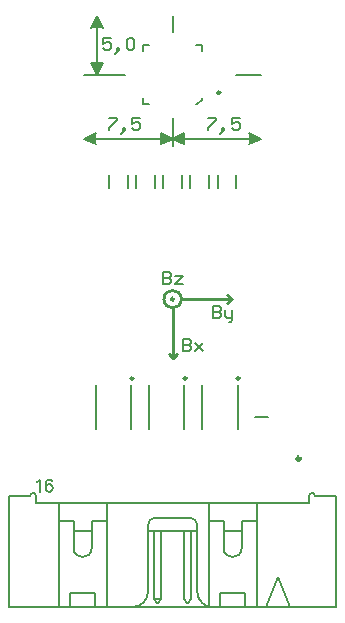
<source format=gto>
G04*
G04 #@! TF.GenerationSoftware,Altium Limited,Altium Designer,18.0.12 (696)*
G04*
G04 Layer_Color=278392*
%FSLAX44Y44*%
%MOMM*%
G71*
G01*
G75*
%ADD10C,0.2500*%
%ADD11C,0.3000*%
%ADD12C,0.2000*%
%ADD13C,0.2540*%
%ADD14C,0.1500*%
%ADD15C,0.1270*%
G36*
X500000Y796000D02*
X510500Y801000D01*
Y791000D01*
X500000Y796000D01*
D02*
G37*
G36*
X511000Y850000D02*
X506000Y860500D01*
X516000D01*
X511000Y850000D01*
D02*
G37*
G36*
X511000Y900000D02*
X516000Y889500D01*
X506000D01*
X511000Y900000D01*
D02*
G37*
G36*
X575000Y796000D02*
X564500Y791000D01*
Y801000D01*
X575000Y796000D01*
D02*
G37*
G36*
X585500Y791000D02*
X575000Y796000D01*
X585500Y801000D01*
Y791000D01*
D02*
G37*
G36*
X650000Y796000D02*
X639500Y791000D01*
Y801000D01*
X650000Y796000D01*
D02*
G37*
D10*
X631750Y593000D02*
G03*
X631750Y593000I-1250J0D01*
G01*
X615250Y835000D02*
G03*
X615250Y835000I-1250J0D01*
G01*
X586750Y593000D02*
G03*
X586750Y593000I-1250J0D01*
G01*
X541750D02*
G03*
X541750Y593000I-1250J0D01*
G01*
D11*
X683100Y524900D02*
G03*
X683100Y524900I-1500J0D01*
G01*
D12*
X618148Y449189D02*
G03*
X633388Y449189I7620J0D01*
G01*
X491148D02*
G03*
X506388Y449189I7620J0D01*
G01*
X595923Y468747D02*
G03*
X589573Y475097I-6350J0D01*
G01*
X560363D02*
G03*
X554013Y468747I0J-6350D01*
G01*
X695618Y493385D02*
G03*
X690538Y493385I-2540J0D01*
G01*
X459398D02*
G03*
X454318Y493385I-2540J0D01*
G01*
X595923Y412105D02*
G03*
X608623Y399405I12700J0D01*
G01*
X541313D02*
G03*
X554013Y412105I0J12700D01*
G01*
X567000Y754500D02*
Y765500D01*
X583000Y754500D02*
Y765500D01*
X630000Y550500D02*
Y587500D01*
X600000Y550500D02*
Y587500D01*
X644500Y560000D02*
X655500D01*
X550000Y875000D02*
X555000D01*
X550000Y870000D02*
Y875000D01*
X595000D02*
X600000D01*
Y870000D02*
Y875000D01*
X550000Y825000D02*
X555000D01*
X550000D02*
Y830000D01*
X595000Y825000D02*
X596000D01*
X600000Y829000D01*
Y830000D01*
X713144Y399405D02*
Y493385D01*
X436792Y399405D02*
X713144D01*
X436792D02*
Y493385D01*
X454318D01*
X459398Y487543D02*
Y493385D01*
Y487543D02*
X690538D01*
Y493385D01*
X695618D02*
X713144D01*
X663868Y424805D02*
X674028Y399405D01*
X653708D02*
X663868Y424805D01*
X636182Y399405D02*
Y411597D01*
X615354D02*
X636182D01*
X615354Y399405D02*
Y411597D01*
X646088Y399405D02*
Y487543D01*
X633388Y472049D02*
X646088D01*
X633388Y449189D02*
Y472049D01*
X618148Y463667D02*
X633388Y463664D01*
X605448Y472049D02*
X618148D01*
Y449189D02*
Y472049D01*
X595923Y412105D02*
Y468747D01*
X554013Y463667D02*
X595923D01*
X554013Y412105D02*
Y468747D01*
X590843Y406007D02*
Y463667D01*
X588232Y402664D02*
X590843Y406007D01*
X587105Y402664D02*
X588232D01*
X584557Y405925D02*
X587105Y402664D01*
X584557Y405925D02*
Y463667D01*
X565380Y405925D02*
X565443Y463667D01*
X562832Y402664D02*
X565380Y405925D01*
X561705Y402664D02*
X562832D01*
X559157Y406007D02*
X561705Y402664D01*
X559157Y406007D02*
X565380Y405925D01*
X559157Y406007D02*
Y463667D01*
X509182Y399405D02*
Y411597D01*
X488354D02*
X509182D01*
X488354Y399405D02*
Y411597D01*
X519088Y399405D02*
Y487543D01*
X478448Y399405D02*
Y487543D01*
X506388Y472049D02*
X519088D01*
X506388Y449189D02*
Y472049D01*
X478448D02*
X491148D01*
Y449189D02*
Y472049D01*
Y463667D02*
X506388D01*
X560363Y475097D02*
X589573D01*
X605448Y399808D02*
Y487543D01*
X544000Y754500D02*
Y765500D01*
X560000Y754500D02*
Y765500D01*
X585000Y550500D02*
Y587500D01*
X555000Y550500D02*
Y587500D01*
X629000Y754500D02*
Y765500D01*
X613000Y754500D02*
Y765500D01*
X510000Y550500D02*
Y587500D01*
X540000Y550500D02*
Y587500D01*
X521000Y754500D02*
Y765500D01*
X537000Y754500D02*
Y765500D01*
X606000Y754500D02*
Y765500D01*
X590000Y754500D02*
Y765500D01*
X522664Y880997D02*
X516000D01*
Y875998D01*
X519332Y877664D01*
X520998D01*
X522664Y875998D01*
Y872666D01*
X520998Y871000D01*
X517666D01*
X516000Y872666D01*
X527663Y869334D02*
X529329Y871000D01*
Y872666D01*
X527663D01*
Y871000D01*
X529329D01*
X527663Y869334D01*
X525997Y867668D01*
X535993Y879331D02*
X537660Y880997D01*
X540992D01*
X542658Y879331D01*
Y872666D01*
X540992Y871000D01*
X537660D01*
X535993Y872666D01*
Y879331D01*
X605000Y812997D02*
X611665D01*
Y811331D01*
X605000Y804666D01*
Y803000D01*
X616663Y801334D02*
X618329Y803000D01*
Y804666D01*
X616663D01*
Y803000D01*
X618329D01*
X616663Y801334D01*
X614997Y799668D01*
X631658Y812997D02*
X624994D01*
Y807998D01*
X628326Y809665D01*
X629992D01*
X631658Y807998D01*
Y804666D01*
X629992Y803000D01*
X626660D01*
X624994Y804666D01*
X521000Y812997D02*
X527664D01*
Y811331D01*
X521000Y804666D01*
Y803000D01*
X532663Y801334D02*
X534329Y803000D01*
Y804666D01*
X532663D01*
Y803000D01*
X534329D01*
X532663Y801334D01*
X530997Y799668D01*
X547658Y812997D02*
X540994D01*
Y807998D01*
X544326Y809665D01*
X545992D01*
X547658Y807998D01*
Y804666D01*
X545992Y803000D01*
X542660D01*
X540994Y804666D01*
D13*
X576200Y660000D02*
G03*
X576200Y660000I-1200J0D01*
G01*
X582403D02*
G03*
X582403Y660000I-7404J0D01*
G01*
X571500Y613500D02*
X575000Y610000D01*
X575000D02*
X578500Y613500D01*
X621404Y663500D02*
X624903Y660000D01*
X621404Y656500D02*
X624903Y660000D01*
X575000Y610000D02*
Y652500D01*
X582403Y660000D02*
X624903D01*
D14*
X500000Y850000D02*
X535000D01*
X575000Y790000D02*
Y813000D01*
Y886000D02*
Y900000D01*
X629000Y850000D02*
X650000D01*
X511000D02*
Y900000D01*
X506000Y860000D02*
X511000Y850000D01*
X511000D02*
X516000Y860000D01*
X511000Y900000D02*
X516000Y890000D01*
X506000D02*
X511000Y900000D01*
X500000Y796000D02*
X575000D01*
X500000Y796000D02*
X510000Y801000D01*
X500000Y796000D02*
X510000Y791000D01*
X565000Y791000D02*
X575000Y796000D01*
X565000Y801000D02*
X575000Y796000D01*
X650000D01*
X575000Y796000D02*
X585000Y801000D01*
X575000Y796000D02*
X585000Y791000D01*
X640000Y791000D02*
X650000Y796000D01*
X640000Y801000D02*
X650000Y796000D01*
X567000Y682997D02*
Y673000D01*
X571998D01*
X573665Y674666D01*
Y676332D01*
X571998Y677998D01*
X567000D01*
X571998D01*
X573665Y679665D01*
Y681331D01*
X571998Y682997D01*
X567000D01*
X576997Y679665D02*
X583661D01*
X576997Y673000D01*
X583661D01*
X584000Y625997D02*
Y616000D01*
X588998D01*
X590664Y617666D01*
Y619332D01*
X588998Y620998D01*
X584000D01*
X588998D01*
X590664Y622664D01*
Y624331D01*
X588998Y625997D01*
X584000D01*
X593997Y622664D02*
X600661Y616000D01*
X597329Y619332D01*
X600661Y622664D01*
X593997Y616000D01*
X609000Y653997D02*
Y644000D01*
X613998D01*
X615664Y645666D01*
Y647332D01*
X613998Y648998D01*
X609000D01*
X613998D01*
X615664Y650665D01*
Y652331D01*
X613998Y653997D01*
X609000D01*
X618997Y650665D02*
Y645666D01*
X620663Y644000D01*
X625661D01*
Y642334D01*
X623995Y640668D01*
X622329D01*
X625661Y644000D02*
Y650665D01*
D15*
X460000Y505223D02*
X460967Y505707D01*
X462419Y507158D01*
Y497000D01*
X473254Y505707D02*
X472770Y506674D01*
X471319Y507158D01*
X470351D01*
X468900Y506674D01*
X467933Y505223D01*
X467449Y502804D01*
Y500386D01*
X467933Y498451D01*
X468900Y497484D01*
X470351Y497000D01*
X470835D01*
X472286Y497484D01*
X473254Y498451D01*
X473737Y499902D01*
Y500386D01*
X473254Y501837D01*
X472286Y502804D01*
X470835Y503288D01*
X470351D01*
X468900Y502804D01*
X467933Y501837D01*
X467449Y500386D01*
M02*

</source>
